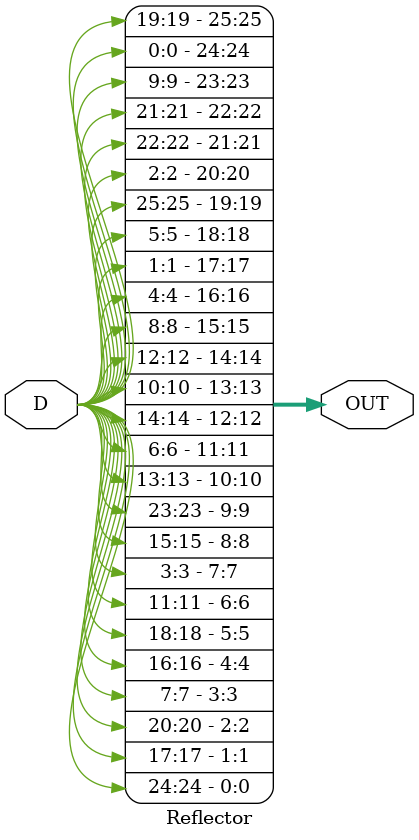
<source format=sv>
`timescale 1ns / 1ps


module Reflector (
    input [25:0] D,
    output logic [25:0] OUT
    );
    
    always_comb
        begin
        OUT[24]=  D[0];
        OUT[17]=  D[1];
        OUT[20]=  D[2];
        OUT[7]=  D[3];
        OUT[16]=  D[4];
        OUT[18]=  D[5];
        OUT[11]=  D[6];
        OUT[3]=  D[7];
        OUT[15]=  D[8];
        OUT[23]=  D[9];
        OUT[13] = D[10];
        OUT[6] = D[11];
        OUT[14] = D[12];
        OUT[10] = D[13];
        OUT[12] = D[14];
        OUT[8] = D[15];
        OUT[4] = D[16];
        OUT[1] = D[17];
        OUT[5] = D[18];
        OUT[25] = D[19];
        OUT[2] = D[20];
        OUT[22] = D[21];
        OUT[21] = D[22];
        OUT[9] = D[23];
        OUT[0] = D[24];
        OUT[19] = D[25];    
        end
endmodule
</source>
